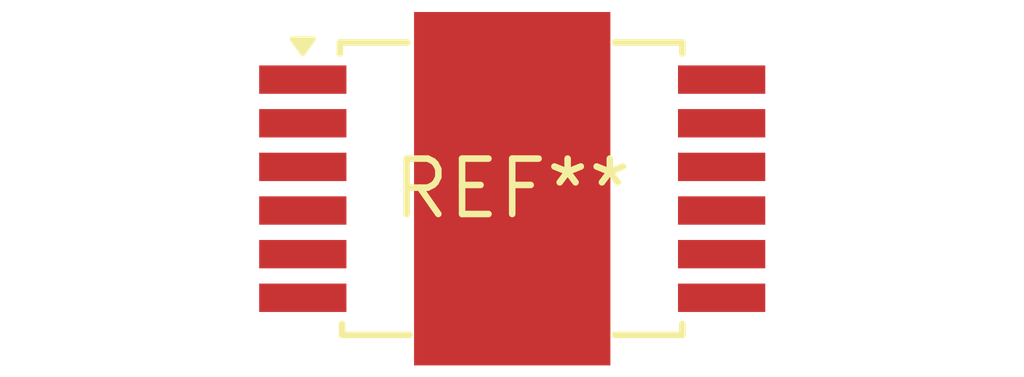
<source format=kicad_pcb>
(kicad_pcb (version 20240108) (generator pcbnew)
  (layers (0 "F.Cu" signal) (31 "B.Cu" signal) (34 "B.Paste" user) (35 "F.Paste" user) (36 "B.SilkS" user "B.Silkscreen") (37 "F.SilkS" user "F.Silkscreen") (38 "B.Mask" user) (39 "F.Mask" user) (44 "Edge.Cuts" user))
  (net 0 "")
  (footprint "Infineon_PG-DSO-12-9" (layer "F.Cu") (at 0 0)
    (property "Reference" "REF**")
    (property "Value" "Infineon_PG-DSO-12-9")
    (fp_line (start -3.95 -3.35) (end -2.4 -3.35) (layer "F.SilkS") (stroke (width 0.15)))
    (fp_line (start -3.95 -3.1) (end -3.95 -3.35) (layer "F.SilkS") (stroke (width 0.15)))
    (fp_line (start -3.9 3.1) (end -3.9 3.35) (layer "F.SilkS") (stroke (width 0.15)))
    (fp_line (start -3.9 3.35) (end -2.35 3.35) (layer "F.SilkS") (stroke (width 0.15)))
    (fp_line (start 3.9 -3.35) (end 2.35 -3.35) (layer "F.SilkS") (stroke (width 0.15)))
    (fp_line (start 3.9 -3.1) (end 3.9 -3.35) (layer "F.SilkS") (stroke (width 0.15)))
    (fp_line (start 3.9 3.1) (end 3.9 3.35) (layer "F.SilkS") (stroke (width 0.15)))
    (fp_line (start 3.9 3.35) (end 2.35 3.35) (layer "F.SilkS") (stroke (width 0.15)))
    (fp_poly (pts (xy -4.8 -3.1) (xy -5.04 -3.43) (xy -4.56 -3.43) (xy -4.8 -3.1)) (layer "F.SilkS") (stroke (width 0.12)) (fill solid))
    (pad "1" smd rect (at -4.8 -2.5) (size 2 0.65) (layers "F.Cu" "F.Paste" "F.Mask"))
    (pad "2" smd rect (at -4.8 -1.5) (size 2 0.65) (layers "F.Cu" "F.Paste" "F.Mask"))
    (pad "3" smd rect (at -4.8 -0.5) (size 2 0.65) (layers "F.Cu" "F.Paste" "F.Mask"))
    (pad "4" smd rect (at -4.8 0.5) (size 2 0.65) (layers "F.Cu" "F.Paste" "F.Mask"))
    (pad "5" smd rect (at -4.8 1.5) (size 2 0.65) (layers "F.Cu" "F.Paste" "F.Mask"))
    (pad "6" smd rect (at -4.8 2.5) (size 2 0.65) (layers "F.Cu" "F.Paste" "F.Mask"))
    (pad "7" smd rect (at 4.8 2.5) (size 2 0.65) (layers "F.Cu" "F.Paste" "F.Mask"))
    (pad "8" smd rect (at 4.8 1.5) (size 2 0.65) (layers "F.Cu" "F.Paste" "F.Mask"))
    (pad "9" smd rect (at 4.8 0.5) (size 2 0.65) (layers "F.Cu" "F.Paste" "F.Mask"))
    (pad "10" smd rect (at 4.8 -0.5) (size 2 0.65) (layers "F.Cu" "F.Paste" "F.Mask"))
    (pad "11" smd rect (at 4.8 -1.5) (size 2 0.65) (layers "F.Cu" "F.Paste" "F.Mask"))
    (pad "12" smd rect (at 4.8 -2.5) (size 2 0.65) (layers "F.Cu" "F.Paste" "F.Mask"))
    (pad "13" smd rect (at 0 0) (size 4.5 8.1) (layers "F.Cu" "F.Mask"))
  )
)
</source>
